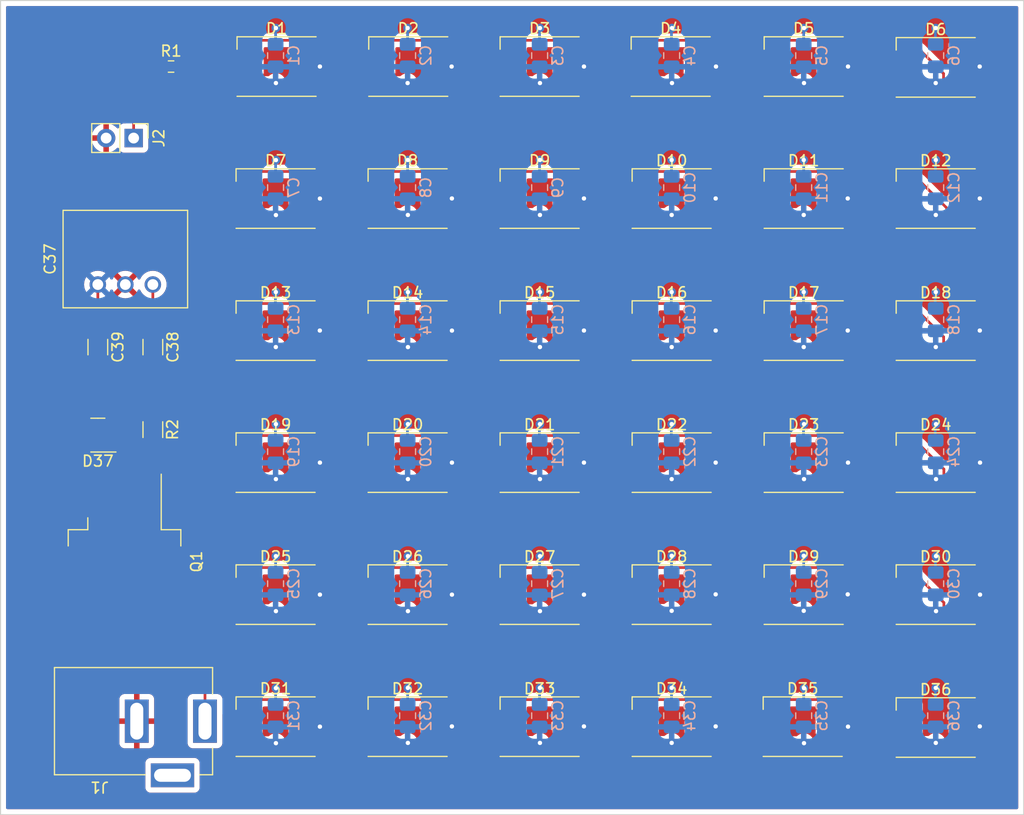
<source format=kicad_pcb>
(kicad_pcb (version 20211014) (generator pcbnew)
  (layers (0 "F.Cu" signal) (31 "B.Cu" signal) (34 "B.Paste" user) (35 "F.Paste" user) (36 "B.SilkS" user "B.Silkscreen") (37 "F.SilkS" user "F.Silkscreen") (38 "B.Mask" user) (39 "F.Mask" user) (44 "Edge.Cuts" user))
  (net 0 "")
  (net 1 "VCC")
  (net 2 "GND")
  (net 3 "Net-(D1-Pad1)")
  (net 4 "Net-(D1-Pad2)")
  (net 6 "Net-(D2-Pad1)")
  (net 8 "Net-(D3-Pad1)")
  (net 10 "Net-(D4-Pad1)")
  (net 12 "Net-(D5-Pad1)")
  (net 14 "Net-(D6-Pad1)")
  (net 16 "Net-(D7-Pad1)")
  (net 18 "Net-(D8-Pad1)")
  (net 20 "Net-(D10-Pad2)")
  (net 22 "Net-(D10-Pad1)")
  (net 24 "Net-(D11-Pad1)")
  (net 26 "Net-(D12-Pad1)")
  (net 28 "Net-(D13-Pad1)")
  (net 30 "Net-(D14-Pad1)")
  (net 32 "Net-(D15-Pad1)")
  (net 34 "Net-(D16-Pad1)")
  (net 36 "Net-(D17-Pad1)")
  (net 38 "Net-(D18-Pad1)")
  (net 40 "Net-(D19-Pad1)")
  (net 42 "Net-(D20-Pad1)")
  (net 44 "Net-(D21-Pad1)")
  (net 46 "Net-(D22-Pad1)")
  (net 48 "Net-(D23-Pad1)")
  (net 50 "Net-(D24-Pad1)")
  (net 52 "Net-(D25-Pad1)")
  (net 54 "Net-(D26-Pad1)")
  (net 56 "Net-(D27-Pad1)")
  (net 58 "Net-(D28-Pad1)")
  (net 60 "Net-(D29-Pad1)")
  (net 62 "Net-(D30-Pad1)")
  (net 64 "Net-(D31-Pad1)")
  (net 66 "Net-(D32-Pad1)")
  (net 68 "Net-(D33-Pad1)")
  (net 70 "Net-(D34-Pad1)")
  (net 72 "Net-(D35-Pad1)")
  (net 76 "Net-(D37-Pad1)")
  (net 77 "Net-(J1-Pad1)")
  (net 79 "Din")
  (net 80 "Net-(C37-Pad1)")
  (footprint "LED_SMD:LED_WS2812_PLCC6_5.0x5.0mm_P1.6mm" (layer "F.Cu") (at 188.976 94.996)
    (fp_text reference "D23")
    (fp_text value "WS2812")
  )
  (footprint "LED_SMD:LED_WS2812_PLCC6_5.0x5.0mm_P1.6mm" (layer "F.Cu") (at 164.592 82.804)
    (fp_text reference "D15")
    (fp_text value "WS2812")
  )
  (footprint "LED_SMD:LED_WS2812_PLCC6_5.0x5.0mm_P1.6mm" (layer "F.Cu") (at 152.4 107.188)
    (fp_text reference "D26")
    (fp_text value "WS2812")
  )
  (footprint "LED_SMD:LED_WS2812_PLCC6_5.0x5.0mm_P1.6mm" (layer "F.Cu") (at 176.784 119.38)
    (fp_text reference "D34")
    (fp_text value "WS2812")
  )
  (footprint "Capacitor_SMD:C_1206_3216Metric_Pad1.33x1.80mm_HandSolder" (layer "F.Cu") (at 128.872738 84.328 -90)
    (fp_text reference "C38")
    (fp_text value "C_Polarized")
  )
  (footprint "LED_SMD:LED_WS2812_PLCC6_5.0x5.0mm_P1.6mm" (layer "F.Cu") (at 188.976 58.42)
    (fp_text reference "D5")
    (fp_text value "WS2812")
  )
  (footprint "LED_SMD:LED_WS2812_PLCC6_5.0x5.0mm_P1.6mm" (layer "F.Cu") (at 152.4 119.38)
    (fp_text reference "D32")
    (fp_text value "WS2812")
  )
  (footprint "LED_SMD:LED_WS2812_PLCC6_5.0x5.0mm_P1.6mm" (layer "F.Cu") (at 140.298 58.42)
    (fp_text reference "D1")
    (fp_text value "WS2812")
  )
  (footprint "LED_SMD:LED_WS2812_PLCC6_5.0x5.0mm_P1.6mm" (layer "F.Cu") (at 188.976 70.612)
    (fp_text reference "D11")
    (fp_text value "WS2812")
  )
  (footprint "LED_SMD:LED_WS2812_PLCC6_5.0x5.0mm_P1.6mm" (layer "F.Cu") (at 152.4 70.612)
    (fp_text reference "D8")
    (fp_text value "WS2812")
  )
  (footprint "LED_SMD:LED_WS2812_PLCC6_5.0x5.0mm_P1.6mm" (layer "F.Cu") (at 201.168 70.612)
    (fp_text reference "D12")
    (fp_text value "WS2812")
  )
  (footprint "LED_SMD:LED_WS2812_PLCC6_5.0x5.0mm_P1.6mm" (layer "F.Cu") (at 176.784 107.188)
    (fp_text reference "D28")
    (fp_text value "WS2812")
  )
  (footprint "LED_SMD:LED_WS2812_PLCC6_5.0x5.0mm_P1.6mm" (layer "F.Cu") (at 201.168 58.496)
    (fp_text reference "D6")
    (fp_text value "WS2812")
  )
  (footprint "LED_SMD:LED_WS2812_PLCC6_5.0x5.0mm_P1.6mm" (layer "F.Cu") (at 201.168 107.188)
    (fp_text reference "D30")
    (fp_text value "WS2812")
  )
  (footprint "LED_SMD:LED_WS2812_PLCC6_5.0x5.0mm_P1.6mm" (layer "F.Cu") (at 201.168 94.996)
    (fp_text reference "D24")
    (fp_text value "WS2812")
  )
  (footprint "Package_TO_SOT_SMD:SOT-23" (layer "F.Cu") (at 123.792738 92.456 180)
    (fp_text reference "D37")
    (fp_text value "D_Zener")
  )
  (footprint "LED_SMD:LED_WS2812_PLCC6_5.0x5.0mm_P1.6mm" (layer "F.Cu") (at 140.208 107.188)
    (fp_text reference "D25")
    (fp_text value "WS2812")
  )
  (footprint "Connector_PinHeader_2.54mm:PinHeader_1x02_P2.54mm_Vertical" (layer "F.Cu") (at 127.099738 65.024 -90)
    (fp_text reference "J2")
    (fp_text value "Conn_MicroController")
  )
  (footprint "Capacitor_SMD:C_1206_3216Metric_Pad1.33x1.80mm_HandSolder" (layer "F.Cu") (at 123.792738 84.328 -90)
    (fp_text reference "C39")
    (fp_text value "C_Polarized")
  )
  (footprint "LED_SMD:LED_WS2812_PLCC6_5.0x5.0mm_P1.6mm" (layer "F.Cu") (at 176.784 82.804)
    (fp_text reference "D16")
    (fp_text value "WS2812")
  )
  (footprint "LED_SMD:LED_WS2812_PLCC6_5.0x5.0mm_P1.6mm" (layer "F.Cu") (at 140.208 94.996)
    (fp_text reference "D19")
    (fp_text value "WS2812")
  )
  (footprint "LED_SMD:LED_WS2812_PLCC6_5.0x5.0mm_P1.6mm" (layer "F.Cu") (at 164.592 94.996)
    (fp_text reference "D21")
    (fp_text value "WS2812")
  )
  (footprint "LED_SMD:LED_WS2812_PLCC6_5.0x5.0mm_P1.6mm" (layer "F.Cu") (at 140.208 119.38)
    (fp_text reference "D31")
    (fp_text value "WS2812")
  )
  (footprint "LED_SMD:LED_WS2812_PLCC6_5.0x5.0mm_P1.6mm" (layer "F.Cu") (at 152.46 58.42)
    (fp_text reference "D2")
    (fp_text value "WS2812")
  )
  (footprint "LED_SMD:LED_WS2812_PLCC6_5.0x5.0mm_P1.6mm" (layer "F.Cu") (at 188.976 82.804)
    (fp_text reference "D17")
    (fp_text value "WS2812")
  )
  (footprint "LED_SMD:LED_WS2812_PLCC6_5.0x5.0mm_P1.6mm" (layer "F.Cu") (at 188.886 119.38)
    (fp_text reference "D35")
    (fp_text value "WS2812")
  )
  (footprint "Resistor_SMD:R_1206_3216Metric_Pad1.30x1.75mm_HandSolder" (layer "F.Cu") (at 128.872738 91.948 -90)
    (fp_text reference "R2")
    (fp_text value "1k")
  )
  (footprint "LED_SMD:LED_WS2812_PLCC6_5.0x5.0mm_P1.6mm" (layer "F.Cu") (at 164.592 119.38)
    (fp_text reference "D33")
    (fp_text value "WS2812")
  )
  (footprint "LED_SMD:LED_WS2812_PLCC6_5.0x5.0mm_P1.6mm" (layer "F.Cu") (at 176.784 70.612)
    (fp_text reference "D10")
    (fp_text value "WS2812")
  )
  (footprint "LED_SMD:LED_WS2812_PLCC6_5.0x5.0mm_P1.6mm" (layer "F.Cu") (at 164.592 70.612)
    (fp_text reference "D9")
    (fp_text value "WS2812")
  )
  (footprint "LED_SMD:LED_WS2812_PLCC6_5.0x5.0mm_P1.6mm" (layer "F.Cu") (at 152.4 82.804)
    (fp_text reference "D14")
    (fp_text value "WS2812")
  )
  (footprint "UserCustom:LMS78" (layer "F.Cu") (at 126.332738 76.2 180)
    (fp_text reference "C37")
    (fp_text value "LMS78")
  )
  (footprint "LED_SMD:LED_WS2812_PLCC6_5.0x5.0mm_P1.6mm" (layer "F.Cu") (at 164.592 58.42)
    (fp_text reference "D3")
    (fp_text value "WS2812")
  )
  (footprint "LED_SMD:LED_WS2812_PLCC6_5.0x5.0mm_P1.6mm" (layer "F.Cu") (at 152.4 94.996)
    (fp_text reference "D20")
    (fp_text value "WS2812")
  )
  (footprint "LED_SMD:LED_WS2812_PLCC6_5.0x5.0mm_P1.6mm" (layer "F.Cu") (at 201.168 82.804)
    (fp_text reference "D18")
    (fp_text value "WS2812")
  )
  (footprint "LED_SMD:LED_WS2812_PLCC6_5.0x5.0mm_P1.6mm" (layer "F.Cu") (at 164.592 107.188)
    (fp_text reference "D27")
    (fp_text value "WS2812")
  )
  (footprint "LED_SMD:LED_WS2812_PLCC6_5.0x5.0mm_P1.6mm" (layer "F.Cu") (at 188.976 107.188)
    (fp_text reference "D29")
    (fp_text value "WS2812")
  )
  (footprint "UserCustom:BarrelJack_G-1005B" (layer "F.Cu") (at 119.888 118.872 -90)
    (fp_text reference "J1")
    (fp_text value "Barrel_Jack_Switch")
  )
  (footprint "LED_SMD:LED_WS2812_PLCC6_5.0x5.0mm_P1.6mm" (layer "F.Cu") (at 176.784 94.996)
    (fp_text reference "D22")
    (fp_text value "WS2812")
  )
  (footprint "Resistor_SMD:R_0603_1608Metric_Pad0.98x0.95mm_HandSolder" (layer "F.Cu") (at 130.556 58.42)
    (fp_text reference "R1")
    (fp_text value "100")
  )
  (footprint "LED_SMD:LED_WS2812_PLCC6_5.0x5.0mm_P1.6mm" (layer "F.Cu") (at 176.694 58.42)
    (fp_text reference "D4")
    (fp_text value "WS2812")
  )
  (footprint "Package_TO_SOT_SMD:TO-263-2" (layer "F.Cu") (at 126.257 104.14 -90)
    (fp_text reference "Q1")
    (fp_text value "Q_PMOS_GDS")
  )
  (footprint "LED_SMD:LED_WS2812_PLCC6_5.0x5.0mm_P1.6mm" (layer "F.Cu") (at 140.208 82.804)
    (fp_text reference "D13")
    (fp_text value "WS2812")
  )
  (footprint "LED_SMD:LED_WS2812_PLCC6_5.0x5.0mm_P1.6mm" (layer "F.Cu") (at 140.208 70.612)
    (fp_text reference "D7")
    (fp_text value "WS2812")
  )
  (footprint "LED_SMD:LED_WS2812_PLCC6_5.0x5.0mm_P1.6mm" (layer "F.Cu") (at 201.168 119.456)
    (fp_text reference "D36")
    (fp_text value "WS2812")
  )
  (footprint "Capacitor_SMD:C_0805_2012Metric_Pad1.18x1.45mm_HandSolder" (layer "B.Cu") (at 140.208 69.596 90)
    (fp_text reference "C7")
    (fp_text value "0.1uf")
  )
  (footprint "Capacitor_SMD:C_0805_2012Metric_Pad1.18x1.45mm_HandSolder" (layer "B.Cu") (at 152.4 57.404 90)
    (fp_text reference "C2")
    (fp_text value "0.1uf")
  )
  (footprint "Capacitor_SMD:C_0805_2012Metric_Pad1.18x1.45mm_HandSolder" (layer "B.Cu") (at 188.976 93.98 90)
    (fp_text reference "C23")
    (fp_text value "0.1uf")
  )
  (footprint "Capacitor_SMD:C_0805_2012Metric_Pad1.18x1.45mm_HandSolder" (layer "B.Cu") (at 164.592 69.596 90)
    (fp_text reference "C9")
    (fp_text value "0.1uf")
  )
  (footprint "Capacitor_SMD:C_0805_2012Metric_Pad1.18x1.45mm_HandSolder" (layer "B.Cu") (at 140.208 57.404 90)
    (fp_text reference "C1")
    (fp_text value "0.1uf")
  )
  (footprint "Capacitor_SMD:C_0805_2012Metric_Pad1.18x1.45mm_HandSolder" (layer "B.Cu") (at 152.4 69.596 90)
    (fp_text reference "C8")
    (fp_text value "0.1uf")
  )
  (footprint "Capacitor_SMD:C_0805_2012Metric_Pad1.18x1.45mm_HandSolder" (layer "B.Cu") (at 164.592 81.788 90)
    (fp_text reference "C15")
    (fp_text value "0.1uf")
  )
  (footprint "Capacitor_SMD:C_0805_2012Metric_Pad1.18x1.45mm_HandSolder" (layer "B.Cu") (at 201.168 106.172 90)
    (fp_text reference "C30")
    (fp_text value "0.1uf")
  )
  (footprint "Capacitor_SMD:C_0805_2012Metric_Pad1.18x1.45mm_HandSolder" (layer "B.Cu") (at 176.784 69.596 90)
    (fp_text reference "C10")
    (fp_text value "0.1uf")
  )
  (footprint "Capacitor_SMD:C_0805_2012Metric_Pad1.18x1.45mm_HandSolder" (layer "B.Cu") (at 188.976 106.172 90)
    (fp_text reference "C29")
    (fp_text value "0.1uf")
  )
  (footprint "Capacitor_SMD:C_0805_2012Metric_Pad1.18x1.45mm_HandSolder" (layer "B.Cu") (at 164.592 118.364 90)
    (fp_text reference "C33")
    (fp_text value "0.1uf")
  )
  (footprint "Capacitor_SMD:C_0805_2012Metric_Pad1.18x1.45mm_HandSolder" (layer "B.Cu") (at 188.976 118.364 90)
    (fp_text reference "C35")
    (fp_text value "0.1uf")
  )
  (footprint "Capacitor_SMD:C_0805_2012Metric_Pad1.18x1.45mm_HandSolder" (layer "B.Cu") (at 176.784 57.404 90)
    (fp_text reference "C4")
    (fp_text value "0.1uf")
  )
  (footprint "Capacitor_SMD:C_0805_2012Metric_Pad1.18x1.45mm_HandSolder" (layer "B.Cu") (at 201.168 93.98 90)
    (fp_text reference "C24")
    (fp_text value "0.1uf")
  )
  (footprint "Capacitor_SMD:C_0805_2012Metric_Pad1.18x1.45mm_HandSolder" (layer "B.Cu") (at 140.208 118.364 90)
    (fp_text reference "C31")
    (fp_text value "0.1uf")
  )
  (footprint "Capacitor_SMD:C_0805_2012Metric_Pad1.18x1.45mm_HandSolder" (layer "B.Cu") (at 201.168 81.788 90)
    (fp_text reference "C18")
    (fp_text value "0.1uf")
  )
  (footprint "Capacitor_SMD:C_0805_2012Metric_Pad1.18x1.45mm_HandSolder" (layer "B.Cu") (at 176.784 81.788 90)
    (fp_text reference "C16")
    (fp_text value "0.1uf")
  )
  (footprint "Capacitor_SMD:C_0805_2012Metric_Pad1.18x1.45mm_HandSolder" (layer "B.Cu") (at 201.168 69.596 90)
    (fp_text reference "C12")
    (fp_text value "0.1uf")
  )
  (footprint "Capacitor_SMD:C_0805_2012Metric_Pad1.18x1.45mm_HandSolder" (layer "B.Cu") (at 140.208 93.98 90)
    (fp_text reference "C19")
    (fp_text value "0.1uf")
  )
  (footprint "Capacitor_SMD:C_0805_2012Metric_Pad1.18x1.45mm_HandSolder" (layer "B.Cu") (at 164.592 57.404 90)
    (fp_text reference "C3")
    (fp_text value "0.1uf")
  )
  (footprint "Capacitor_SMD:C_0805_2012Metric_Pad1.18x1.45mm_HandSolder" (layer "B.Cu") (at 188.976 81.788 90)
    (fp_text reference "C17")
    (fp_text value "0.1uf")
  )
  (footprint "Capacitor_SMD:C_0805_2012Metric_Pad1.18x1.45mm_HandSolder" (layer "B.Cu") (at 201.168 57.404 90)
    (fp_text reference "C6")
    (fp_text value "0.1uf")
  )
  (footprint "Capacitor_SMD:C_0805_2012Metric_Pad1.18x1.45mm_HandSolder" (layer "B.Cu") (at 152.4 81.788 90)
    (fp_text reference "C14")
    (fp_text value "0.1uf")
  )
  (footprint "Capacitor_SMD:C_0805_2012Metric_Pad1.18x1.45mm_HandSolder" (layer "B.Cu") (at 188.976 57.404 90)
    (fp_text reference "C5")
    (fp_text value "0.1uf")
  )
  (footprint "Capacitor_SMD:C_0805_2012Metric_Pad1.18x1.45mm_HandSolder" (layer "B.Cu") (at 152.4 93.98 90)
    (fp_text reference "C20")
    (fp_text value "0.1uf")
  )
  (footprint "Capacitor_SMD:C_0805_2012Metric_Pad1.18x1.45mm_HandSolder" (layer "B.Cu") (at 140.208 81.788 90)
    (fp_text reference "C13")
    (fp_text value "0.1uf")
  )
  (footprint "Capacitor_SMD:C_0805_2012Metric_Pad1.18x1.45mm_HandSolder" (layer "B.Cu") (at 176.784 118.364 90)
    (fp_text reference "C34")
    (fp_text value "0.1uf")
  )
  (footprint "Capacitor_SMD:C_0805_2012Metric_Pad1.18x1.45mm_HandSolder" (layer "B.Cu") (at 152.4 118.364 90)
    (fp_text reference "C32")
    (fp_text value "0.1uf")
  )
  (footprint "Capacitor_SMD:C_0805_2012Metric_Pad1.18x1.45mm_HandSolder" (layer "B.Cu") (at 140.208 106.172 90)
    (fp_text reference "C25")
    (fp_text value "0.1uf")
  )
  (footprint "Capacitor_SMD:C_0805_2012Metric_Pad1.18x1.45mm_HandSolder" (layer "B.Cu") (at 176.784 106.172 90)
    (fp_text reference "C28")
    (fp_text value "0.1uf")
  )
  (footprint "Capacitor_SMD:C_0805_2012Metric_Pad1.18x1.45mm_HandSolder" (layer "B.Cu") (at 201.168 118.364 90)
    (fp_text reference "C36")
    (fp_text value "0.1uf")
  )
  (footprint "Capacitor_SMD:C_0805_2012Metric_Pad1.18x1.45mm_HandSolder" (layer "B.Cu") (at 164.592 93.98 90)
    (fp_text reference "C21")
    (fp_text value "0.1uf")
  )
  (footprint "Capacitor_SMD:C_0805_2012Metric_Pad1.18x1.45mm_HandSolder" (layer "B.Cu") (at 188.976 69.596 90)
    (fp_text reference "C11")
    (fp_text value "0.1uf")
  )
  (footprint "Capacitor_SMD:C_0805_2012Metric_Pad1.18x1.45mm_HandSolder" (layer "B.Cu") (at 152.4 106.172 90)
    (fp_text reference "C26")
    (fp_text value "0.1uf")
  )
  (footprint "Capacitor_SMD:C_0805_2012Metric_Pad1.18x1.45mm_HandSolder" (layer "B.Cu") (at 164.592 106.172 90)
    (fp_text reference "C27")
    (fp_text value "0.1uf")
  )
  (footprint "Capacitor_SMD:C_0805_2012Metric_Pad1.18x1.45mm_HandSolder" (layer "B.Cu") (at 176.784 93.98 90)
    (fp_text reference "C22")
    (fp_text value "0.1uf")
  )
  (gr_rect (start 209.296 127.508) (end 114.808 52.324) (layer "Edge.Cuts") (width 0.1) (fill none))
  (segment (start 140.229058 84.323423) (end 137.915058 84.323423) (width 0.25) (layer "F.Cu") (net 1))
  (segment (start 176.785061 120.879426) (end 174.471061 120.879426) (width 0.25) (layer "F.Cu") (net 1))
  (segment (start 152.4 59.944) (end 150.086 59.944) (width 0.25) (layer "F.Cu") (net 1))
  (segment (start 176.785061 84.323423) (end 174.471061 84.323423) (width 0.25) (layer "F.Cu") (net 1))
  (segment (start 188.980792 108.683695) (end 186.666792 108.683695) (width 0.25) (layer "F.Cu") (net 1))
  (segment (start 205.262 94.996) (end 203.708 94.996) (width 0.25) (layer "F.Cu") (net 1))
  (segment (start 205.262 107.188) (end 203.708 107.188) (width 0.25) (layer "F.Cu") (net 1))
  (segment (start 205.240735 70.602212) (end 203.686735 70.602212) (width 0.25) (layer "F.Cu") (net 1))
  (segment (start 152.425 72.126212) (end 150.111 72.126212) (width 0.25) (layer "F.Cu") (net 1))
  (segment (start 140.238 120.904) (end 137.924 120.904) (width 0.25) (layer "F.Cu") (net 1))
  (segment (start 164.62052 120.879426) (end 162.30652 120.879426) (width 0.25) (layer "F.Cu") (net 1))
  (segment (start 164.622 59.944) (end 162.308 59.944) (width 0.25) (layer "F.Cu") (net 1))
  (segment (start 164.62052 96.519154) (end 162.30652 96.519154) (width 0.25) (layer "F.Cu") (net 1))
  (segment (start 180.849061 107.159695) (end 179.295061 107.159695) (width 0.25) (layer "F.Cu") (net 1))
  (segment (start 152.43 84.328) (end 150.116 84.328) (width 0.25) (layer "F.Cu") (net 1))
  (segment (start 180.849061 119.355426) (end 179.295061 119.355426) (width 0.25) (layer "F.Cu") (net 1))
  (segment (start 156.494 82.804) (end 154.94 82.804) (width 0.25) (layer "F.Cu") (net 1))
  (segment (start 201.176735 72.126212) (end 198.862735 72.126212) (width 0.25) (layer "F.Cu") (net 1))
  (segment (start 168.686 107.188) (end 167.132 107.188) (width 0.25) (layer "F.Cu") (net 1))
  (segment (start 156.494 107.188) (end 154.94 107.188) (width 0.25) (layer "F.Cu") (net 1))
  (segment (start 168.68452 119.355426) (end 167.13052 119.355426) (width 0.25) (layer "F.Cu") (net 1))
  (segment (start 180.849061 82.799423) (end 179.295061 82.799423) (width 0.25) (layer "F.Cu") (net 1))
  (segment (start 164.62052 84.323423) (end 162.30652 84.323423) (width 0.25) (layer "F.Cu") (net 1))
  (segment (start 140.238 59.944) (end 137.924 59.944) (width 0.25) (layer "F.Cu") (net 1))
  (segment (start 168.68452 82.799423) (end 167.13052 82.799423) (width 0.25) (layer "F.Cu") (net 1))
  (segment (start 180.849061 94.995154) (end 179.295061 94.995154) (width 0.25) (layer "F.Cu") (net 1))
  (segment (start 140.238 72.136) (end 137.924 72.136) (width 0.25) (layer "F.Cu") (net 1))
  (segment (start 168.684732 70.602212) (end 167.130732 70.602212) (width 0.25) (layer "F.Cu") (net 1))
  (segment (start 189.006 96.52) (end 186.692 96.52) (width 0.25) (layer "F.Cu") (net 1))
  (segment (start 189.006 120.904) (end 186.692 120.904) (width 0.25) (layer "F.Cu") (net 1))
  (segment (start 156.464 58.42) (end 154.91 58.42) (width 0.25) (layer "F.Cu") (net 1))
  (segment (start 189.006 59.944) (end 186.692 59.944) (width 0.25) (layer "F.Cu") (net 1))
  (segment (start 156.488789 119.355426) (end 154.934789 119.355426) (width 0.25) (layer "F.Cu") (net 1))
  (segment (start 144.293058 82.799423) (end 142.739058 82.799423) (width 0.25) (layer "F.Cu") (net 1))
  (segment (start 188.981004 72.126212) (end 186.667004 72.126212) (width 0.25) (layer "F.Cu") (net 1))
  (segment (start 193.044792 107.159695) (end 191.490792 107.159695) (width 0.25) (layer "F.Cu") (net 1))
  (segment (start 144.302 58.42) (end 142.748 58.42) (width 0.25) (layer "F.Cu") (net 1))
  (segment (start 201.198 60.02) (end 198.884 60.02) (width 0.25) (layer "F.Cu") (net 1))
  (segment (start 123.792738 82.7655) (end 123.792738 78.55) (width 0.25) (layer "F.Cu") (net 1))
  (segment (start 188.980792 84.323423) (end 186.666792 84.323423) (width 0.25) (layer "F.Cu") (net 1))
  (segment (start 176.785061 108.683695) (end 174.471061 108.683695) (width 0.25) (layer "F.Cu") (net 1))
  (segment (start 203.784 58.42) (end 203.708 58.496) (width 0.25) (layer "F.Cu") (net 1))
  (segment (start 168.686 58.42) (end 167.132 58.42) (width 0.25) (layer "F.Cu") (net 1))
  (segment (start 205.240524 82.799423) (end 203.686524 82.799423) (width 0.25) (layer "F.Cu") (net 1))
  (segment (start 144.302 70.612) (end 142.748 70.612) (width 0.25) (layer "F.Cu") (net 1))
  (segment (start 164.622 108.712) (end 162.308 108.712) (width 0.25) (layer "F.Cu") (net 1))
  (segment (start 176.785061 96.519154) (end 174.471061 96.519154) (width 0.25) (layer "F.Cu") (net 1))
  (segment (start 193.07 119.38) (end 191.516 119.38) (width 0.25) (layer "F.Cu") (net 1))
  (segment (start 205.240524 119.355426) (end 203.686524 119.355426) (width 0.25) (layer "F.Cu") (net 1))
  (segment (start 156.494 94.996) (end 154.94 94.996) (width 0.25) (layer "F.Cu") (net 1))
  (segment (start 144.302 107.188) (end 142.748 107.188) (width 0.25) (layer "F.Cu") (net 1))
  (segment (start 144.302 119.38) (end 142.748 119.38) (width 0.25) (layer "F.Cu") (net 1))
  (segment (start 201.198 108.712) (end 198.884 108.712) (width 0.25) (layer "F.Cu") (net 1))
  (segment (start 152.424789 120.879426) (end 150.110789 120.879426) (width 0.25) (layer "F.Cu") (net 1))
  (segment (start 140.238 96.52) (end 137.924 96.52) (width 0.25) (layer "F.Cu") (net 1))
  (segment (start 201.198 96.52) (end 198.884 96.52) (width 0.25) (layer "F.Cu") (net 1))
  (segment (start 193.07 94.996) (end 191.516 94.996) (width 0.25) (layer "F.Cu") (net 1))
  (segment (start 180.849272 70.602212) (end 179.295272 70.602212) (width 0.25) (layer "F.Cu") (net 1))
  (segment (start 140.238 108.712) (end 137.924 108.712) (width 0.25) (layer "F.Cu") (net 1))
  (segment (start 152.43 96.52) (end 150.116 96.52) (width 0.25) (layer "F.Cu") (net 1))
  (segment (start 193.044792 82.799423) (end 191.490792 82.799423) (width 0.25) (layer "F.Cu") (net 1))
  (segment (start 193.045004 70.602212) (end 191.491004 70.602212) (width 0.25) (layer "F.Cu") (net 1))
  (segment (start 205.186 58.42) (end 203.784 58.42) (width 0.25) (layer "F.Cu") (net 1))
  (segment (start 193.07 58.42) (end 191.516 58.42) (width 0.25) (layer "F.Cu") (net 1))
  (segment (start 144.302 94.996) (end 142.748 94.996) (width 0.25) (layer "F.Cu") (net 1))
  (segment (start 168.68452 94.995154) (end 167.13052 94.995154) (width 0.25) (layer "F.Cu") (net 1))
  (segment (start 180.878 58.42) (end 179.324 58.42) (width 0.25) (layer "F.Cu") (net 1))
  (segment (start 176.814 59.944) (end 174.5 59.944) (width 0.25) (layer "F.Cu") (net 1))
  (segment (start 201.176524 120.879426) (end 198.862524 120.879426) (width 0.25) (layer "F.Cu") (net 1))
  (segment (start 176.785272 72.126212) (end 174.471272 72.126212) (width 0.25) (layer "F.Cu") (net 1))
  (segment (start 152.43 108.712) (end 150.116 108.712) (width 0.25) (layer "F.Cu") (net 1))
  (segment (start 156.489 70.602212) (end 154.935 70.602212) (width 0.25) (layer "F.Cu") (net 1))
  (segment (start 201.176524 84.323423) (end 198.862524 84.323423) (width 0.25) (layer "F.Cu") (net 1))
  (segment (start 150.086 59.944) (end 150.01 60.02) (width 0.25) (layer "F.Cu") (net 1))
  (segment (start 164.620732 72.126212) (end 162.306732 72.126212) (width 0.25) (layer "F.Cu") (net 1))
  (via (at 180.849272 70.602212) (size 0.8) (drill 0.4) (layers "F.Cu" "B.Cu") (net 1))
  (via (at 205.240524 82.799423) (size 0.8) (drill 0.4) (layers "F.Cu" "B.Cu") (net 1))
  (via (at 164.622 59.944) (size 0.8) (drill 0.4) (layers "F.Cu" "B.Cu") (net 1))
  (via (at 193.07 94.996) (size 0.8) (drill 0.4) (layers "F.Cu" "B.Cu") (net 1))
  (via (at 201.168 59.944) (size 0.8) (drill 0.4) (layers "F.Cu" "B.Cu") (net 1))
  (via (at 164.620732 72.126212) (size 0.8) (drill 0.4) (layers "F.Cu" "B.Cu") (net 1))
  (via (at 168.68452 119.355426) (size 0.8) (drill 0.4) (layers "F.Cu" "B.Cu") (net 1))
  (via (at 152.43 84.328) (size 0.8) (drill 0.4) (layers "F.Cu" "B.Cu") (net 1))
  (via (at 156.488789 119.355426) (size 0.8) (drill 0.4) (layers "F.Cu" "B.Cu") (net 1))
  (via (at 176.785061 96.519154) (size 0.8) (drill 0.4) (layers "F.Cu" "B.Cu") (net 1))
  (via (at 140.238 72.136) (size 0.8) (drill 0.4) (layers "F.Cu" "B.Cu") (net 1))
  (via (at 156.494 82.804) (size 0.8) (drill 0.4) (layers "F.Cu" "B.Cu") (net 1))
  (via (at 144.293058 82.799423) (size 0.8) (drill 0.4) (layers "F.Cu" "B.Cu") (net 1))
  (via (at 168.68452 82.799423) (size 0.8) (drill 0.4) (layers "F.Cu" "B.Cu") (net 1))
  (via (at 205.240735 70.602212) (size 0.8) (drill 0.4) (layers "F.Cu" "B.Cu") (net 1))
  (via (at 164.62052 120.879426) (size 0.8) (drill 0.4) (layers "F.Cu" "B.Cu") (net 1))
  (via (at 176.785061 108.683695) (size 0.8) (drill 0.4) (layers "F.Cu" "B.Cu") (net 1))
  (via (at 189.006 59.944) (size 0.8) (drill 0.4) (layers "F.Cu" "B.Cu") (net 1))
  (via (at 193.044792 82.799423) (size 0.8) (drill 0.4) (layers "F.Cu" "B.Cu") (net 1))
  (via (at 164.62052 84.323423) (size 0.8) (drill 0.4) (layers "F.Cu" "B.Cu") (net 1))
  (via (at 152.425 72.126212) (size 0.8) (drill 0.4) (layers "F.Cu" "B.Cu") (net 1))
  (via (at 156.494 107.188) (size 0.8) (drill 0.4) (layers "F.Cu" "B.Cu") (net 1))
  (via (at 164.62052 96.519154) (size 0.8) (drill 0.4) (layers "F.Cu" "B.Cu") (net 1))
  (via (at 193.044792 107.159695) (size 0.8) (drill 0.4) (layers "F.Cu" "B.Cu") (net 1))
  (via (at 156.489 70.602212) (size 0.8) (drill 0.4) (layers "F.Cu" "B.Cu") (net 1))
  (via (at 152.43 96.52) (size 0.8) (drill 0.4) (layers "F.Cu" "B.Cu") (net 1))
  (via (at 152.424789 120.879426) (size 0.8) (drill 0.4) (layers "F.Cu" "B.Cu") (net 1))
  (via (at 144.302 58.42) (size 0.8) (drill 0.4) (layers "F.Cu" "B.Cu") (net 1))
  (via (at 201.176735 72.126212) (size 0.8) (drill 0.4) (layers "F.Cu" "B.Cu") (net 1))
  (via (at 176.785061 84.323423) (size 0.8) (drill 0.4) (layers "F.Cu" "B.Cu") (net 1))
  (via (at 205.262 94.996) (size 0.8) (drill 0.4) (layers "F.Cu" "B.Cu") (net 1))
  (via (at 205.262 107.188) (size 0.8) (drill 0.4) (layers "F.Cu" "B.Cu") (net 1))
  (via (at 180.878 58.42) (size 0.8) (drill 0.4) (layers "F.Cu" "B.Cu") (net 1))
  (via (at 205.240524 119.355426) (size 0.8) (drill 0.4) (layers "F.Cu" "B.Cu") (net 1))
  (via (at 168.686 107.188) (size 0.8) (drill 0.4) (layers "F.Cu" "B.Cu") (net 1))
  (via (at 193.045004 70.602212) (size 0.8) (drill 0.4) (layers "F.Cu" "B.Cu") (net 1))
  (via (at 188.981004 72.126212) (size 0.8) (drill 0.4) (layers "F.Cu" "B.Cu") (net 1))
  (via (at 180.849061 82.799423) (size 0.8) (drill 0.4) (layers "F.Cu" "B.Cu") (net 1))
  (via (at 201.176524 120.879426) (size 0.8) (drill 0.4) (layers "F.Cu" "B.Cu") (net 1))
  (via (at 176.814 59.944) (size 0.8) (drill 0.4) (layers "F.Cu" "B.Cu") (net 1))
  (via (at 144.302 119.38) (size 0.8) (drill 0.4) (layers "F.Cu" "B.Cu") (net 1))
  (via (at 201.176524 84.323423) (size 0.8) (drill 0.4) (layers "F.Cu" "B.Cu") (net 1))
  (via (at 144.302 107.188) (size 0.8) (drill 0.4) (layers "F.Cu" "B.Cu") (net 1))
  (via (at 201.198 96.52) (size 0.8) (drill 0.4) (layers "F.Cu" "B.Cu") (net 1))
  (via (at 189.006 96.52) (size 0.8) (drill 0.4) (layers "F.Cu" "B.Cu") (net 1))
  (via (at 144.302 70.612) (size 0.8) (drill 0.4) (layers "F.Cu" "B.Cu") (net 1))
  (via (at 140.238 59.944) (size 0.8) (drill 0.4) (layers "F.Cu" "B.Cu") (net 1))
  (via (at 140.238 120.904) (size 0.8) (drill 0.4) (layers "F.Cu" "B.Cu") (net 1))
  (via (at 180.849061 119.355426) (size 0.8) (drill 0.4) (layers "F.Cu" "B.Cu") (net 1))
  (via (at 180.849061 107.159695) (size 0.8) (drill 0.4) (layers "F.Cu" "B.Cu") (net 1))
  (via (at 140.229058 84.323423) (size 0.8) (drill 0.4) (layers "F.Cu" "B.Cu") (net 1))
  (via (at 176.785272 72.126212) (size 0.8) (drill 0.4) (layers "F.Cu" "B.Cu") (net 1))
  (via (at 205.232 58.42) (size 0.8) (drill 0.4) (layers "F.Cu" "B.Cu") (net 1))
  (via (at 144.302 94.996) (size 0.8) (drill 0.4) (layers "F.Cu" "B.Cu") (net 1))
  (via (at 189.006 120.904) (size 0.8) (drill 0.4) (layers "F.Cu" "B.Cu") (net 1))
  (via (at 152.4 59.944) (size 0.8) (drill 0.4) (layers "F.Cu" "B.Cu") (net 1))
  (via (at 188.980792 108.683695) (size 0.8) (drill 0.4) (layers "F.Cu" "B.Cu") (net 1))
  (via (at 156.494 94.996) (size 0.8) (drill 0.4) (layers "F.Cu" "B.Cu") (net 1))
  (via (at 193.07 58.42) (size 0.8) (drill 0.4) (layers "F.Cu" "B.Cu") (net 1))
  (via (at 140.238 96.52) (size 0.8) (drill 0.4) (layers "F.Cu" "B.Cu") (net 1))
  (via (at 188.980792 84.323423) (size 0.8) (drill 0.4) (layers "F.Cu" "B.Cu") (net 1))
  (via (at 201.198 108.712) (size 0.8) (drill 0.4) (layers "F.Cu" "B.Cu") (net 1))
  (via (at 152.43 108.712) (size 0.8) (drill 0.4) (layers "F.Cu" "B.Cu") (net 1))
  (via (at 168.68452 94.995154) (size 0.8) (drill 0.4) (layers "F.Cu" "B.Cu") (net 1))
  (via (at 140.238 108.712) (size 0.8) (drill 0.4) (layers "F.Cu" "B.Cu") (net 1))
  (via (at 176.785061 120.879426) (size 0.8) (drill 0.4) (layers "F.Cu" "B.Cu") (net 1))
  (via (at 156.464 58.42) (size 0.8) (drill 0.4) (layers "F.Cu" "B.Cu") (net 1))
  (via (at 180.849061 94.995154) (size 0.8) (drill 0.4) (layers "F.Cu" "B.Cu") (net 1))
  (via (at 164.622 108.712) (size 0.8) (drill 0.4) (layers "F.Cu" "B.Cu") (net 1))
  (via (at 193.07 119.38) (size 0.8) (drill 0.4) (layers "F.Cu" "B.Cu") (net 1))
  (via (at 168.686 58.42) (size 0.8) (drill 0.4) (layers "F.Cu" "B.Cu") (net 1))
  (via (at 168.684732 70.602212) (size 0.8) (drill 0.4) (layers "F.Cu" "B.Cu") (net 1))
  (segment (start 164.581579 58.460089) (end 164.581579 59.962589) (width 0.25) (layer "B.Cu") (net 1))
  (segment (start 201.138 58.4415) (end 201.138 59.944) (width 0.25) (layer "B.Cu") (net 1))
  (segment (start 176.76903 70.595443) (end 176.76903 72.097943) (width 0.25) (layer "B.Cu") (net 1))
  (segment (start 176.7506 94.955416) (end 176.7506 96.457916) (width 0.25) (layer "B.Cu") (net 1))
  (segment (start 188.976 58.4415) (end 188.976 59.944) (width 0.25) (layer "B.Cu") (net 1))
  (segment (start 164.565266 82.780351) (end 164.565266 84.282851) (width 0.25) (layer "B.Cu") (net 1))
  (segment (start 164.565266 94.991678) (end 164.565266 96.494178) (width 0.25) (layer "B.Cu") (net 1))
  (segment (start 201.121687 94.973089) (end 201.121687 96.475589) (width 0.25) (layer "B.Cu") (net 1))
  (segment (start 152.403596 107.19276) (end 152.403596 108.69526) (width 0.25) (layer "B.Cu") (net 1))
  (segment (start 164.583696 70.631705) (end 164.583696 72.134205) (width 0.25) (layer "B.Cu") (net 1))
  (segment (start 188.959687 82.761762) (end 188.959687 84.264262) (width 0.25) (layer "B.Cu") (net 1))
  (segment (start 201.140117 70.613116) (end 201.140117 72.115616) (width 0.25) (layer "B.Cu") (net 1))
  (segment (start 201.121687 82.761762) (end 201.121687 84.264262) (width 0.25) (layer "B.Cu") (net 1))
  (segment (start 188.959687 94.973089) (end 188.959687 96.475589) (width 0.25) (layer "B.Cu") (net 1))
  (segment (start 176.766913 58.423827) (end 176.766913 59.926327) (width 0.25) (layer "B.Cu") (net 1))
  (segment (start 152.402117 70.613116) (end 152.402117 72.115616) (width 0.25) (layer "B.Cu") (net 1))
  (segment (start 140.210117 70.634616) (end 140.210117 72.137116) (width 0.25) (layer "B.Cu") (net 1))
  (segment (start 176.770509 119.316234) (end 176.770509 120.818734) (width 0.25) (layer "B.Cu") (net 1))
  (segment (start 188.978117 70.613116) (end 188.978117 72.115616) (width 0.25) (layer "B.Cu") (net 1))
  (segment (start 164.585175 107.211349) (end 164.585175 108.713849) (width 0.25) (layer "B.Cu") (net 1))
  (segment (start 152.403596 119.333907) (end 152.403596 120.836407) (width 0.25) (layer "B.Cu") (net 1))
  (segment (start 201.141596 119.333907) (end 201.141596 120.836407) (width 0.25) (layer "B.Cu") (net 1))
  (segment (start 164.585175 119.352496) (end 164.585175 120.854996) (width 0.25) (layer "B.Cu") (net 1))
  (segment (start 152.383687 82.761762) (end 152.383687 84.264262) (width 0.25) (layer "B.Cu") (net 1))
  (segment (start 152.4 58.4415) (end 152.4 59.944) (width 0.25) (layer "B.Cu") (net 1))
  (segment (start 140.211596 107.21426) (end 140.211596 108.71676) (width 0.25) (layer "B.Cu") (net 1))
  (segment (start 140.191687 82.783262) (end 140.191687 84.285762) (width 0.25) (layer "B.Cu") (net 1))
  (segment (start 176.7506 82.744089) (end 176.7506 84.246589) (width 0.25) (layer "B.Cu") (net 1))
  (segment (start 152.383687 94.973089) (end 152.383687 96.475589) (width 0.25) (layer "B.Cu") (net 1))
  (segment (start 176.770509 107.175087) (end 176.770509 108.677587) (width 0.25) (layer "B.Cu") (net 1))
  (segment (start 201.141596 107.19276) (end 201.141596 108.69526) (width 0.25) (layer "B.Cu") (net 1))
  (segment (start 188.979596 107.19276) (end 188.979596 108.69526) (width 0.25) (layer "B.Cu") (net 1))
  (segment (start 140.191687 94.994589) (end 140.191687 96.497089) (width 0.25) (layer "B.Cu") (net 1))
  (segment (start 188.979596 119.333907) (end 188.979596 120.836407) (width 0.25) (layer "B.Cu") (net 1))
  (segment (start 140.208 58.463) (end 140.208 59.9655) (width 0.25) (layer "B.Cu") (net 1))
  (segment (start 140.211596 119.355407) (end 140.211596 120.857907) (width 0.25) (layer "B.Cu") (net 1))
  (segment (start 128.872738 90.398) (end 128.872738 85.3825) (width 0.25) (layer "F.Cu") (net 2))
  (segment (start 154.94 56.79) (end 154.91 56.82) (width 0.25) (layer "F.Cu") (net 2))
  (via (at 164.622 103.632) (size 0.8) (drill 0.4) (layers "F.Cu" "B.Cu") (net 2))
  (via (at 201.176524 79.243423) (size 0.8) (drill 0.4) (layers "F.Cu" "B.Cu") (net 2))
  (via (at 188.980792 103.603695) (size 0.8) (drill 0.4) (layers "F.Cu" "B.Cu") (net 2))
  (via (at 189.006 115.824) (size 0.8) (drill 0.4) (layers "F.Cu" "B.Cu") (net 2))
  (via (at 140.238 54.864) (size 0.8) (drill 0.4) (layers "F.Cu" "B.Cu") (net 2))
  (via (at 164.62052 91.439154) (size 0.8) (drill 0.4) (layers "F.Cu" "B.Cu") (net 2))
  (via (at 189.006 91.44) (size 0.8) (drill 0.4) (layers "F.Cu" "B.Cu") (net 2))
  (via (at 140.238 115.824) (size 0.8) (drill 0.4) (layers "F.Cu" "B.Cu") (net 2))
  (via (at 189.006 54.864) (size 0.8) (drill 0.4) (layers "F.Cu" "B.Cu") (net 2))
  (via (at 152.425 67.046212) (size 0.8) (drill 0.4) (layers "F.Cu" "B.Cu") (net 2))
  (via (at 152.424789 115.799426) (size 0.8) (drill 0.4) (layers "F.Cu" "B.Cu") (net 2))
  (via (at 201.198 91.44) (size 0.8) (drill 0.4) (layers "F.Cu" "B.Cu") (net 2))
  (via (at 176.785061 91.439154) (size 0.8) (drill 0.4) (layers "F.Cu" "B.Cu") (net 2))
  (via (at 176.785061 115.799426) (size 0.8) (drill 0.4) (layers "F.Cu" "B.Cu") (net 2))
  (via (at 140.238 91.44) (size 0.8) (drill 0.4) (layers "F.Cu" "B.Cu") (net 2))
  (via (at 201.176524 115.799426) (size 0.8) (drill 0.4) (layers "F.Cu" "B.Cu") (net 2))
  (via (at 164.62052 115.799426) (size 0.8) (drill 0.4) (layers "F.Cu" "B.Cu") (net 2))
  (via (at 188.980792 79.243423) (size 0.8) (drill 0.4) (layers "F.Cu" "B.Cu") (net 2))
  (via (at 176.785272 67.046212) (size 0.8) (drill 0.4) (layers "F.Cu" "B.Cu") (net 2))
  (via (at 140.229058 79.243423) (size 0.8) (drill 0.4) (layers "F.Cu" "B.Cu") (net 2))
  (via (at 140.238 103.632) (size 0.8) (drill 0.4) (layers "F.Cu" "B.Cu") (net 2))
  (via (at 164.62052 79.243423) (size 0.8) (drill 0.4) (layers "F.Cu" "B.Cu") (net 2))
  (via (at 152.43 103.632) (size 0.8) (drill 0.4) (layers "F.Cu" "B.Cu") (net 2))
  (via (at 140.238 67.056) (size 0.8) (drill 0.4) (layers "F.Cu" "B.Cu") (net 2))
  (via (at 201.176735 67.046212) (size 0.8) (drill 0.4) (layers "F.Cu" "B.Cu") (net 2))
  (via (at 176.785061 79.243423) (size 0.8) (drill 0.4) (layers "F.Cu" "B.Cu") (net 2))
  (via (at 164.620732 67.046212) (size 0.8) (drill 0.4) (layers "F.Cu" "B.Cu") (net 2))
  (via (at 176.785061 103.603695) (size 0.8) (drill 0.4) (layers "F.Cu" "B.Cu") (net 2))
  (via (at 188.981004 67.046212) (size 0.8) (drill 0.4) (layers "F.Cu" "B.Cu") (net 2))
  (via (at 152.43 79.248) (size 0.8) (drill 0.4) (layers "F.Cu" "B.Cu") (net 2))
  (via (at 152.43 91.44) (size 0.8) (drill 0.4) (layers "F.Cu" "B.Cu") (net 2))
  (via (at 176.814 54.864) (size 0.8) (drill 0.4) (layers "F.Cu" "B.Cu") (net 2))
  (via (at 152.4 54.864) (size 0.8) (drill 0.4) (layers "F.Cu" "B.Cu") (net 2))
  (via (at 201.198 103.632) (size 0.8) (drill 0.4) (layers "F.Cu" "B.Cu") (net 2))
  (via (at 201.168 54.864) (size 0.8) (drill 0.4) (layers "F.Cu" "B.Cu") (net 2))
  (via (at 164.622 54.864) (size 0.8) (drill 0.4) (layers "F.Cu" "B.Cu") (net 2))
  (segment (start 201.121687 79.184262) (end 201.121687 80.686762) (width 0.25) (layer "B.Cu") (net 2))
  (segment (start 201.138 54.864) (end 201.138 56.3665) (width 0.25) (layer "B.Cu") (net 2))
  (segment (start 201.121687 91.395589) (end 201.121687 92.898089) (width 0.25) (layer "B.Cu") (net 2))
  (segment (start 176.766913 54.846327) (end 176.766913 56.348827) (width 0.25) (layer "B.Cu") (net 2))
  (segment (start 201.141596 103.61526) (end 201.141596 105.11776) (width 0.25) (layer "B.Cu") (net 2))
  (segment (start 176.770509 115.738734) (end 176.770509 117.241234) (width 0.25) (layer "B.Cu") (net 2))
  (segment (start 188.959687 79.184262) (end 188.959687 80.686762) (width 0.25) (layer "B.Cu") (net 2))
  (segment (start 201.141596 115.756407) (end 201.141596 117.258907) (width 0.25) (layer "B.Cu") (net 2))
  (segment (start 152.4 54.864) (end 152.4 56.3665) (width 0.25) (layer "B.Cu") (net 2))
  (segment (start 164.583696 67.054205) (end 164.583696 68.556705) (width 0.25) (layer "B.Cu") (net 2))
  (segment (start 152.403596 115.756407) (end 152.403596 117.258907) (width 0.25) (layer "B.Cu") (net 2))
  (segment (start 152.403596 103.61526) (end 152.403596 105.11776) (width 0.25) (layer "B.Cu") (net 2))
  (segment (start 164.581579 54.882589) (end 164.581579 56.385089) (width 0.25) (layer "B.Cu") (net 2))
  (segment (start 152.383687 91.395589) (end 152.383687 92.898089) (width 0.25) (layer "B.Cu") (net 2))
  (segment (start 176.7506 79.166589) (end 176.7506 80.669089) (width 0.25) (layer "B.Cu") (net 2))
  (segment (start 140.191687 91.417089) (end 140.191687 92.919589) (width 0.25) (layer "B.Cu") (net 2))
  (segment (start 140.210117 67.057116) (end 140.210117 68.559616) (width 0.25) (layer "B.Cu") (net 2))
  (segment (start 188.979596 103.61526) (end 188.979596 105.11776) (width 0.25) (layer "B.Cu") (net 2))
  (segment (start 164.565266 91.414178) (end 164.565266 92.916678) (width 0.25) (layer "B.Cu") (net 2))
  (segment (start 164.585175 103.633849) (end 164.585175 105.136349) (width 0.25) (layer "B.Cu") (net 2))
  (segment (start 140.191687 79.205762) (end 140.191687 80.708262) (width 0.25) (layer "B.Cu") (net 2))
  (segment (start 188.959687 91.395589) (end 188.959687 92.898089) (width 0.25) (layer "B.Cu") (net 2))
  (segment (start 176.76903 67.017943) (end 176.76903 68.520443) (width 0.25) (layer "B.Cu") (net 2))
  (segment (start 188.979596 115.756407) (end 188.979596 117.258907) (width 0.25) (layer "B.Cu") (net 2))
  (segment (start 140.211596 115.777907) (end 140.211596 117.280407) (width 0.25) (layer "B.Cu") (net 2))
  (segment (start 152.402117 67.035616) (end 152.402117 68.538116) (width 0.25) (layer "B.Cu") (net 2))
  (segment (start 152.383687 79.184262) (end 152.383687 80.686762) (width 0.25) (layer "B.Cu") (net 2))
  (segment (start 188.978117 67.035616) (end 188.978117 68.538116) (width 0.25) (layer "B.Cu") (net 2))
  (segment (start 188.976 54.864) (end 188.976 56.3665) (width 0.25) (layer "B.Cu") (net 2))
  (segment (start 176.770509 103.597587) (end 176.770509 105.100087) (width 0.25) (layer "B.Cu") (net 2))
  (segment (start 201.140117 67.035616) (end 201.140117 68.538116) (width 0.25) (layer "B.Cu") (net 2))
  (segment (start 164.565266 79.202851) (end 164.565266 80.705351) (width 0.25) (layer "B.Cu") (net 2))
  (segment (start 164.585175 115.774996) (end 164.585175 117.277496) (width 0.25) (layer "B.Cu") (net 2))
  (segment (start 140.211596 103.63676) (end 140.211596 105.13926) (width 0.25) (layer "B.Cu") (net 2))
  (segment (start 176.7506 91.377916) (end 176.7506 92.880416) (width 0.25) (layer "B.Cu") (net 2))
  (segment (start 140.208 54.8855) (end 140.208 56.388) (width 0.25) (layer "B.Cu") (net 2))
  (segment (start 149.76 58.42) (end 150.01 58.42) (width 0.25) (layer "F.Cu") (net 3))
  (segment (start 147.335 55.995) (end 149.76 58.42) (width 0.25) (layer "F.Cu") (net 3))
  (segment (start 138.673 55.995) (end 147.335 55.995) (width 0.25) (layer "F.Cu") (net 3))
  (segment (start 137.848 56.82) (end 138.673 55.995) (width 0.25) (layer "F.Cu") (net 3))
  (segment (start 131.4685 58.42) (end 137.848 58.42) (width 0.25) (layer "F.Cu") (net 4))
  (segment (start 150.835 55.995) (end 159.467 55.995) (width 0.25) (layer "F.Cu") (net 6))
  (segment (start 159.467 55.995) (end 161.892 58.42) (width 0.25) (layer "F.Cu") (net 6))
  (segment (start 161.892 58.42) (end 162.142 58.42) (width 0.25) (layer "F.Cu") (net 6))
  (segment (start 150.01 56.82) (end 150.835 55.995) (width 0.25) (layer "F.Cu") (net 6))
  (segment (start 171.311 55.995) (end 173.736 58.42) (width 0.25) (layer "F.Cu") (net 8))
  (segment (start 162.142 56.82) (end 162.967 55.995) (width 0.25) (layer "F.Cu") (net 8))
  (segment (start 173.736 58.42) (end 174.244 58.42) (width 0.25) (layer "F.Cu") (net 8))
  (segment (start 162.967 55.995) (end 171.311 55.995) (width 0.25) (layer "F.Cu") (net 8))
  (segment (start 185.928 58.42) (end 186.526 58.42) (width 0.25) (layer "F.Cu") (net 10))
  (segment (start 174.244 56.82) (end 175.069 55.995) (width 0.25) (layer "F.Cu") (net 10))
  (segment (start 183.503 55.995) (end 185.928 58.42) (width 0.25) (layer "F.Cu") (net 10))
  (segment (start 175.069 55.995) (end 183.503 55.995) (width 0.25) (layer "F.Cu") (net 10))
  (segment (start 195.967 55.995) (end 198.468 58.496) (width 0.25) (layer "F.Cu") (net 12))
  (segment (start 198.468 58.496) (end 198.718 58.496) (width 0.25) (layer "F.Cu") (net 12))
  (segment (start 186.526 56.82) (end 187.351 55.995) (width 0.25) (layer "F.Cu") (net 12))
  (segment (start 187.351 55.995) (end 195.967 55.995) (width 0.25) (layer "F.Cu") (net 12))
  (segment (start 198.718 56.896) (end 199.718 56.896) (width 0.25) (layer "F.Cu") (net 14))
  (segment (start 198.628 64.008) (end 138.684 64.008) (width 0.25) (layer "F.Cu") (net 14))
  (segment (start 201.893 60.743) (end 198.628 64.008) (width 0.25) (layer "F.Cu") (net 14))
  (segment (start 136.144 66.548) (end 136.144 69.248) (width 0.25) (layer "F.Cu") (net 14))
  (segment (start 136.144 69.248) (end 137.508 70.612) (width 0.25) (layer "F.Cu") (net 14))
  (segment (start 199.718 56.896) (end 201.893 59.071) (width 0.25) (layer "F.Cu") (net 14))
  (segment (start 137.508 70.612) (end 137.758 70.612) (width 0.25) (layer "F.Cu") (net 14))
  (segment (start 138.684 64.008) (end 136.144 66.548) (width 0.25) (layer "F.Cu") (net 14))
  (segment (start 201.893 59.071) (end 201.893 60.743) (width 0.25) (layer "F.Cu") (net 14))
  (segment (start 138.583 68.111) (end 147.245 68.111) (width 0.25) (layer "F.Cu") (net 16))
  (segment (start 149.67 70.536) (end 149.92 70.536) (width 0.25) (layer "F.Cu") (net 16))
  (segment (start 137.758 68.936) (end 138.583 68.111) (width 0.25) (layer "F.Cu") (net 16))
  (segment (start 147.245 68.111) (end 149.67 70.536) (width 0.25) (layer "F.Cu") (net 16))
  (segment (start 159.377 68.111) (end 161.802 70.536) (width 0.25) (layer "F.Cu") (net 18))
  (segment (start 149.92 68.936) (end 150.745 68.111) (width 0.25) (layer "F.Cu") (net 18))
  (segment (start 161.802 70.536) (end 162.052 70.536) (width 0.25) (layer "F.Cu") (net 18))
  (segment (start 150.745 68.111) (end 159.377 68.111) (width 0.25) (layer "F.Cu") (net 18))
  (segment (start 173.646 70.536) (end 174.154 70.536) (width 0.25) (layer "F.Cu") (net 20))
  (segment (start 162.877 68.111) (end 171.221 68.111) (width 0.25) (layer "F.Cu") (net 20))
  (segment (start 171.221 68.111) (end 173.646 70.536) (width 0.25) (layer "F.Cu") (net 20))
  (segment (start 162.052 68.936) (end 162.877 68.111) (width 0.25) (layer "F.Cu") (net 20))
  (segment (start 183.413 68.111) (end 185.838 70.536) (width 0.25) (layer "F.Cu") (net 22))
  (segment (start 174.154 68.936) (end 174.979 68.111) (width 0.25) (layer "F.Cu") (net 22))
  (segment (start 174.979 68.111) (end 183.413 68.111) (width 0.25) (layer "F.Cu") (net 22))
  (segment (start 185.838 70.536) (end 186.436 70.536) (width 0.25) (layer "F.Cu") (net 22))
  (segment (start 195.877 68.111) (end 198.378 70.612) (width 0.25) (layer "F.Cu") (net 24))
  (segment (start 186.436 68.936) (end 187.261 68.111) (width 0.25) (layer "F.Cu") (net 24))
  (segment (start 198.378 70.612) (end 198.628 70.612) (width 0.25) (layer "F.Cu") (net 24))
  (segment (start 187.261 68.111) (end 195.877 68.111) (width 0.25) (layer "F.Cu") (net 24))
  (segment (start 136.144 81.44) (end 137.508 82.804) (width 0.25) (layer "F.Cu") (net 26))
  (segment (start 138.684 76.2) (end 136.144 78.74) (width 0.25) (layer "F.Cu") (net 26))
  (segment (start 136.144 78.74) (end 136.144 81.44) (width 0.25) (layer "F.Cu") (net 26))
  (segment (start 137.508 82.804) (end 137.758 82.804) (width 0.25) (layer "F.Cu") (net 26))
  (segment (start 199.718 69.012) (end 202.184 71.478) (width 0.25) (layer "F.Cu") (net 26))
  (segment (start 202.184 72.644) (end 198.628 76.2) (width 0.25) (layer "F.Cu") (net 26))
  (segment (start 198.718 69.012) (end 199.718 69.012) (width 0.25) (layer "F.Cu") (net 26))
  (segment (start 198.628 76.2) (end 138.684 76.2) (width 0.25) (layer "F.Cu") (net 26))
  (segment (start 202.184 71.478) (end 202.184 72.644) (width 0.25) (layer "F.Cu") (net 26))
  (segment (start 149.67 82.728) (end 149.92 82.728) (width 0.25) (layer "F.Cu") (net 28))
  (segment (start 138.583 80.303) (end 147.245 80.303) (width 0.25) (layer "F.Cu") (net 28))
  (segment (start 137.758 81.128) (end 138.583 80.303) (width 0.25) (layer "F.Cu") (net 28))
  (segment (start 147.245 80.303) (end 149.67 82.728) (width 0.25) (layer "F.Cu") (net 28))
  (segment (start 149.92 81.128) (end 150.745 80.303) (width 0.25) (layer "F.Cu") (net 30))
  (segment (start 150.745 80.303) (end 159.377 80.303) (width 0.25) (layer "F.Cu") (net 30))
  (segment (start 161.802 82.728) (end 162.052 82.728) (width 0.25) (layer "F.Cu") (net 30))
  (segment (start 159.377 80.303) (end 161.802 82.728) (width 0.25) (layer "F.Cu") (net 30))
  (segment (start 162.052 81.128) (end 162.877 80.303) (width 0.25) (layer "F.Cu") (net 32))
  (segment (start 173.646 82.728) (end 174.154 82.728) (width 0.25) (layer "F.Cu") (net 32))
  (segment (start 171.221 80.303) (end 173.646 82.728) (width 0.25) (layer "F.Cu") (net 32))
  (segment (start 162.877 80.303) (end 171.221 80.303) (width 0.25) (layer "F.Cu") (net 32))
  (segment (start 174.979 80.303) (end 183.413 80.303) (width 0.25) (layer "F.Cu") (net 34))
  (segment (start 174.154 81.128) (end 174.979 80.303) (width 0.25) (layer "F.Cu") (net 34))
  (segment (start 185.838 82.728) (end 186.436 82.728) (width 0.25) (layer "F.Cu") (net 34))
  (segment (start 183.413 80.303) (end 185.838 82.728) (width 0.25) (layer "F.Cu") (net 34))
  (segment (start 198.378 82.804) (end 198.628 82.804) (width 0.25) (layer "F.Cu") (net 36))
  (segment (start 195.877 80.303) (end 198.378 82.804) (width 0.25) (layer "F.Cu") (net 36))
  (segment (start 186.436 81.128) (end 187.261 80.303) (width 0.25) (layer "F.Cu") (net 36))
  (segment (start 187.261 80.303) (end 195.877 80.303) (width 0.25) (layer "F.Cu") (net 36))
  (segment (start 201.901524 83.387524) (end 201.901524 85.125102) (width 0.25) (layer "F.Cu") (net 38))
  (segment (start 136.144 93.632) (end 136.144 90.932) (width 0.25) (layer "F.Cu") (net 38))
  (segment (start 137.508 94.996) (end 136.144 93.632) (width 0.25) (layer "F.Cu") (net 38))
  (segment (start 136.144 90.932) (end 138.684 88.392) (width 0.25) (layer "F.Cu") (net 38))
  (segment (start 137.758 94.996) (end 137.508 94.996) (width 0.25) (layer "F.Cu") (net 38))
  (segment (start 138.684 88.392) (end 198.634626 88.392) (width 0.25) (layer "F.Cu") (net 38))
  (segment (start 199.718 81.204) (end 201.901524 83.387524) (width 0.25) (layer "F.Cu") (net 38))
  (segment (start 201.901524 85.125102) (end 198.634626 88.392) (width 0.25) (layer "F.Cu") (net 38))
  (segment (start 198.718 81.204) (end 199.718 81.204) (width 0.25) (layer "F.Cu") (net 38))
  (segment (start 137.758 93.32) (end 138.583 92.495) (width 0.25) (layer "F.Cu") (net 40))
  (segment (start 138.583 92.495) (end 147.245 92.495) (width 0.25) (layer "F.Cu") (net 40))
  (segment (start 149.67 94.92) (end 149.92 94.92) (width 0.25) (layer "F.Cu") (net 40))
  (segment (start 147.245 92.495) (end 149.67 94.92) (width 0.25) (layer "F.Cu") (net 40))
  (segment (start 161.802 94.92) (end 162.052 94.92) (width 0.25) (layer "F.Cu") (net 42))
  (segment (start 149.92 93.32) (end 150.745 92.495) (width 0.25) (layer "F.Cu") (net 42))
  (segment (start 159.377 92.495) (end 161.802 94.92) (width 0.25) (layer "F.Cu") (net 42))
  (segment (start 150.745 92.495) (end 159.377 92.495) (width 0.25) (layer "F.Cu") (net 42))
  (segment (start 171.221 92.495) (end 173.646 94.92) (width 0.25) (layer "F.Cu") (net 44))
  (segment (start 173.646 94.92) (end 174.154 94.92) (width 0.25) (layer "F.Cu") (net 44))
  (segment (start 162.877 92.495) (end 171.221 92.495) (width 0.25) (layer "F.Cu") (net 44))
  (segment (start 162.052 93.32) (end 162.877 92.495) (width 0.25) (layer "F.Cu") (net 44))
  (segment (start 174.979 92.495) (end 183.413 92.495) (width 0.25) (layer "F.Cu") (net 46))
  (segment (start 183.413 92.495) (end 185.838 94.92) (width 0.25) (layer "F.Cu") (net 46))
  (segment (start 174.154 93.32) (end 174.979 92.495) (width 0.25) (layer "F.Cu") (net 46))
  (segment (start 185.838 94.92) (end 186.436 94.92) (width 0.25) (layer "F.Cu") (net 46))
  (segment (start 186.436 93.32) (end 187.261 92.495) (width 0.25) (layer "F.Cu") (net 48))
  (segment (start 187.261 92.495) (end 195.877 92.495) (width 0.25) (layer "F.Cu") (net 48))
  (segment (start 198.378 94.996) (end 198.628 94.996) (width 0.25) (layer "F.Cu") (net 48))
  (segment (start 195.877 92.495) (end 198.378 94.996) (width 0.25) (layer "F.Cu") (net 48))
  (segment (start 136.144 105.824) (end 137.508 107.188) (width 0.25) (layer "F.Cu") (net 50))
  (segment (start 138.684 100.584) (end 136.144 103.124) (width 0.25) (layer "F.Cu") (net 50))
  (segment (start 136.144 103.124) (end 136.144 105.824) (width 0.25) (layer "F.Cu") (net 50))
  (segment (start 199.718 93.396) (end 201.923 95.601) (width 0.25) (layer "F.Cu") (net 50))
  (segment (start 137.508 107.188) (end 137.758 107.188) (width 0.25) (layer "F.Cu") (net 50))
  (segment (start 201.923 95.601) (end 201.923 97.308653) (width 0.25) (layer "F.Cu") (net 50))
  (segment (start 198.647653 100.584) (end 138.684 100.584) (width 0.25) (layer "F.Cu") (net 50))
  (segment (start 201.923 97.308653) (end 198.647653 100.584) (width 0.25) (layer "F.Cu") (net 50))
  (segment (start 198.718 93.396) (end 199.718 93.396) (width 0.25) (layer "F.Cu") (net 50))
  (segment (start 147.245 104.687) (end 149.67 107.112) (width 0.25) (layer "F.Cu") (net 52))
  (segment (start 137.758 105.512) (end 138.583 104.687) (width 0.25) (layer "F.Cu") (net 52))
  (segment (start 138.583 104.687) (end 147.245 104.687) (width 0.25) (layer "F.Cu") (net 52))
  (segment (start 149.67 107.112) (end 149.92 107.112) (width 0.25) (layer "F.Cu") (net 52))
  (segment (start 159.377 104.687) (end 161.802 107.112) (width 0.25) (layer "F.Cu") (net 54))
  (segment (start 161.802 107.112) (end 162.052 107.112) (width 0.25) (layer "F.Cu") (net 54))
  (segment (start 150.745 104.687) (end 159.377 104.687) (width 0.25) (layer "F.Cu") (net 54))
  (segment (start 149.92 105.512) (end 150.745 104.687) (width 0.25) (layer "F.Cu") (net 54))
  (segment (start 162.052 105.512) (end 162.877 104.687) (width 0.25) (layer "F.Cu") (net 56))
  (segment (start 173.646 107.112) (end 174.154 107.112) (width 0.25) (layer "F.Cu") (net 56))
  (segment (start 171.221 104.687) (end 173.646 107.112) (width 0.25) (layer "F.Cu") (net 56))
  (segment (start 162.877 104.687) (end 171.221 104.687) (width 0.25) (layer "F.Cu") (net 56))
  (segment (start 174.154 105.512) (end 174.979 104.687) (width 0.25) (layer "F.Cu") (net 58))
  (segment (start 185.838 107.112) (end 186.436 107.112) (width 0.25) (layer "F.Cu") (net 58))
  (segment (start 174.979 104.687) (end 183.413 104.687) (width 0.25) (layer "F.Cu") (net 58))
  (segment (start 183.413 104.687) (end 185.838 107.112) (width 0.25) (layer "F.Cu") (net 58))
  (segment (start 186.436 105.512) (end 187.261 104.687) (width 0.25) (layer "F.Cu") (net 60))
  (segment (start 195.877 104.687) (end 198.378 107.188) (width 0.25) (layer "F.Cu") (net 60))
  (segment (start 187.261 104.687) (end 195.877 104.687) (width 0.25) (layer "F.Cu") (net 60))
  (segment (start 198.378 107.188) (end 198.628 107.188) (width 0.25) (layer "F.Cu") (net 60))
  (segment (start 136.144 118.016) (end 136.144 115.316) (width 0.25) (layer "F.Cu") (net 62))
  (segment (start 138.684 112.776) (end 198.632653 112.776) (width 0.25) (layer "F.Cu") (net 62))
  (segment (start 137.758 119.38) (end 137.508 119.38) (width 0.25) (layer "F.Cu") (net 62))
  (segment (start 199.663653 105.664) (end 201.923 107.923347) (width 0.25) (layer "F.Cu") (net 62))
  (segment (start 137.508 119.38) (end 136.144 118.016) (width 0.25) (layer "F.Cu") (net 62))
  (segment (start 136.144 115.316) (end 138.684 112.776) (width 0.25) (layer "F.Cu") (net 62))
  (segment (start 199.663653 105.664) (end 198.718 105.664) (width 0.25) (layer "F.Cu") (net 62))
  (segment (start 201.923 107.923347) (end 201.923 109.485653) (width 0.25) (layer "F.Cu") (net 62))
  (segment (start 201.923 109.485653) (end 198.632653 112.776) (width 0.25) (layer "F.Cu") (net 62))
  (segment (start 149.67 119.304) (end 149.92 119.304) (width 0.25) (layer "F.Cu") (net 64))
  (segment (start 137.758 117.704) (end 138.583 116.879) (width 0.25) (layer "F.Cu") (net 64))
  (segment (start 138.583 116.879) (end 147.245 116.879) (width 0.25) (layer "F.Cu") (net 64))
  (segment (start 147.245 116.879) (end 149.67 119.304) (width 0.25) (layer "F.Cu") (net 64))
  (segment (start 159.377 116.879) (end 161.802 119.304) (width 0.25) (layer "F.Cu") (net 66))
  (segment (start 161.802 119.304) (end 162.052 119.304) (width 0.25) (layer "F.Cu") (net 66))
  (segment (start 149.92 117.704) (end 150.745 116.879) (width 0.25) (layer "F.Cu") (net 66))
  (segment (start 150.745 116.879) (end 159.377 116.879) (width 0.25) (layer "F.Cu") (net 66))
  (segment (start 171.221 116.879) (end 173.646 119.304) (width 0.25) (layer "F.Cu") (net 68))
  (segment (start 162.877 116.879) (end 171.221 116.879) (width 0.25) (layer "F.Cu") (net 68))
  (segment (start 173.646 119.304) (end 174.154 119.304) (width 0.25) (layer "F.Cu") (net 68))
  (segment (start 162.052 117.704) (end 162.877 116.879) (width 0.25) (layer "F.Cu") (net 68))
  (segment (start 174.154 117.704) (end 174.979 116.879) (width 0.25) (layer "F.Cu") (net 70))
  (segment (start 185.838 119.304) (end 186.436 119.304) (width 0.25) (layer "F.Cu") (net 70))
  (segment (start 183.413 116.879) (end 185.838 119.304) (width 0.25) (layer "F.Cu") (net 70))
  (segment (start 174.979 116.879) (end 183.413 116.879) (width 0.25) (layer "F.Cu") (net 70))
  (segment (start 187.261 116.879) (end 195.877 116.879) (width 0.25) (layer "F.Cu") (net 72))
  (segment (start 186.436 117.704) (end 187.261 116.879) (width 0.25) (layer "F.Cu") (net 72))
  (segment (start 195.877 116.879) (end 198.378 119.38) (width 0.25) (layer "F.Cu") (net 72))
  (segment (start 198.378 119.38) (end 198.628 119.38) (width 0.25) (layer "F.Cu") (net 72))
  (segment (start 128.797 98.365) (end 128.797 93.573738) (width 0.25) (layer "F.Cu") (net 76))
  (segment (start 128.797 93.573738) (end 128.872738 93.498) (width 0.25) (layer "F.Cu") (net 76))
  (segment (start 124.730238 93.406) (end 128.780738 93.406) (width 0.25) (layer "F.Cu") (net 76))
  (segment (start 128.780738 93.406) (end 128.872738 93.498) (width 0.25) (layer "F.Cu") (net 76))
  (segment (start 133.688 118.872) (end 133.688 114.946) (width 0.25) (layer "F.Cu") (net 77))
  (segment (start 133.688 114.946) (end 126.257 107.515) (width 0.25) (layer "F.Cu") (net 77))
  (segment (start 129.6435 58.42) (end 127.099738 60.963762) (width 0.25) (layer "F.Cu") (net 79))
  (segment (start 127.099738 60.963762) (end 127.099738 65.024) (width 0.25) (layer "F.Cu") (net 79))
  (segment (start 128.872738 82.2575) (end 128.872738 78.55) (width 0.25) (layer "F.Cu") (net 80))
  (segment (start 122.855238 92.456) (end 122.855238 90.032327) (width 0.25) (layer "F.Cu") (net 80))
  (segment (start 123.717 98.365) (end 122.855238 97.503238) (width 0.25) (layer "F.Cu") (net 80))
  (segment (start 122.855238 97.503238) (end 122.855238 92.456) (width 0.25) (layer "F.Cu") (net 80))
  (segment (start 128.872738 84.014827) (end 128.872738 82.7655) (width 0.25) (layer "F.Cu") (net 80))
  (segment (start 122.855238 90.032327) (end 128.872738 84.014827) (width 0.25) (layer "F.Cu") (net 80))
  (zone (net 2) (net_name "GND") (layer "F.Cu") (connect_pads (clearance 0.508)) (min_thickness 0.254) (fill yes (thermal_gap 0.508) (thermal_bridge_width 0.508))
    (polygon (pts (xy 209.296 52.324) (xy 209.296 127.508) (xy 114.808 127.508) (xy 114.808 52.324)))
  )
  (zone (net 1) (net_name "VCC") (layer "B.Cu") (connect_pads (clearance 0.508)) (min_thickness 0.254) (fill yes (thermal_gap 0.508) (thermal_bridge_width 0.508))
    (polygon (pts (xy 209.296 127.508) (xy 114.808 127.508) (xy 114.808 52.324) (xy 209.296 52.324)))
  )
)
</source>
